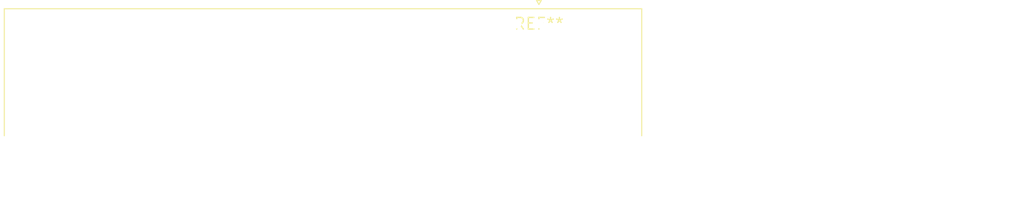
<source format=kicad_pcb>
(kicad_pcb (version 20240108) (generator pcbnew)
  (layers (0 "F.Cu" signal) (31 "B.Cu" signal) (34 "B.Paste" user) (35 "F.Paste" user) (36 "B.SilkS" user "B.Silkscreen") (37 "F.SilkS" user "F.Silkscreen") (38 "B.Mask" user) (39 "F.Mask" user) (44 "Edge.Cuts" user))
  (net 0 "")
  (footprint "DSUB-62-HD_Female_Horizontal_P2.41x1.98mm_EdgePinOffset8.35mm_Housed_MountingHolesOffset10.89mm" (layer "F.Cu") (at 0 0)
    (property "Reference" "REF**")
    (property "Value" "DSUB-62-HD_Female_Horizontal_P2.41x1.98mm_EdgePinOffset8.35mm_Housed_MountingHolesOffset10.89mm")
    (fp_line (start -58.305 -1.64) (end 11.215 -1.64) (layer "F.SilkS") (stroke (width 0.12)))
    (fp_line (start -58.305 12.25) (end -58.305 -1.64) (layer "F.SilkS") (stroke (width 0.12)))
    (fp_line (start -0.25 -2.534338) (end 0.25 -2.534338) (layer "F.SilkS") (stroke (width 0.12)))
    (fp_line (start 0 -2.101325) (end -0.25 -2.534338) (layer "F.SilkS") (stroke (width 0.12)))
    (fp_line (start 0.25 -2.534338) (end 0 -2.101325) (layer "F.SilkS") (stroke (width 0.12)))
    (fp_line (start 11.215 -1.64) (end 11.215 12.25) (layer "F.SilkS") (stroke (width 0.12)))
    (pad "0" thru_hole circle (at -55.295 1.42) (size 4 4) (drill 3.2) (layers *.Cu *.Mask) (remove_unused_layers))
    (pad "0" thru_hole circle (at 8.205 1.42) (size 4 4) (drill 3.2) (layers *.Cu *.Mask) (remove_unused_layers))
    (pad "1" thru_hole rect (at 0 0) (size 1.6 1.6) (drill 1) (layers *.Cu *.Mask) (remove_unused_layers))
    (pad "2" thru_hole circle (at -2.41 0) (size 1.6 1.6) (drill 1) (layers *.Cu *.Mask) (remove_unused_layers))
    (pad "3" thru_hole circle (at -4.82 0) (size 1.6 1.6) (drill 1) (layers *.Cu *.Mask) (remove_unused_layers))
    (pad "4" thru_hole circle (at -7.23 0) (size 1.6 1.6) (drill 1) (layers *.Cu *.Mask) (remove_unused_layers))
    (pad "5" thru_hole circle (at -9.64 0) (size 1.6 1.6) (drill 1) (layers *.Cu *.Mask) (remove_unused_layers))
    (pad "6" thru_hole circle (at -12.05 0) (size 1.6 1.6) (drill 1) (layers *.Cu *.Mask) (remove_unused_layers))
    (pad "7" thru_hole circle (at -14.46 0) (size 1.6 1.6) (drill 1) (layers *.Cu *.Mask) (remove_unused_layers))
    (pad "8" thru_hole circle (at -16.87 0) (size 1.6 1.6) (drill 1) (layers *.Cu *.Mask) (remove_unused_layers))
    (pad "9" thru_hole circle (at -19.28 0) (size 1.6 1.6) (drill 1) (layers *.Cu *.Mask) (remove_unused_layers))
    (pad "10" thru_hole circle (at -21.69 0) (size 1.6 1.6) (drill 1) (layers *.Cu *.Mask) (remove_unused_layers))
    (pad "11" thru_hole circle (at -24.1 0) (size 1.6 1.6) (drill 1) (layers *.Cu *.Mask) (remove_unused_layers))
    (pad "12" thru_hole circle (at -26.51 0) (size 1.6 1.6) (drill 1) (layers *.Cu *.Mask) (remove_unused_layers))
    (pad "13" thru_hole circle (at -28.92 0) (size 1.6 1.6) (drill 1) (layers *.Cu *.Mask) (remove_unused_layers))
    (pad "14" thru_hole circle (at -31.33 0) (size 1.6 1.6) (drill 1) (layers *.Cu *.Mask) (remove_unused_layers))
    (pad "15" thru_hole circle (at -33.74 0) (size 1.6 1.6) (drill 1) (layers *.Cu *.Mask) (remove_unused_layers))
    (pad "16" thru_hole circle (at -36.15 0) (size 1.6 1.6) (drill 1) (layers *.Cu *.Mask) (remove_unused_layers))
    (pad "17" thru_hole circle (at -38.56 0) (size 1.6 1.6) (drill 1) (layers *.Cu *.Mask) (remove_unused_layers))
    (pad "18" thru_hole circle (at -40.97 0) (size 1.6 1.6) (drill 1) (layers *.Cu *.Mask) (remove_unused_layers))
    (pad "19" thru_hole circle (at -43.38 0) (size 1.6 1.6) (drill 1) (layers *.Cu *.Mask) (remove_unused_layers))
    (pad "20" thru_hole circle (at -45.79 0) (size 1.6 1.6) (drill 1) (layers *.Cu *.Mask) (remove_unused_layers))
    (pad "21" thru_hole circle (at -48.2 0) (size 1.6 1.6) (drill 1) (layers *.Cu *.Mask) (remove_unused_layers))
    (pad "22" thru_hole circle (at 1.205 1.98) (size 1.6 1.6) (drill 1) (layers *.Cu *.Mask) (remove_unused_layers))
    (pad "23" thru_hole circle (at -1.205 1.98) (size 1.6 1.6) (drill 1) (layers *.Cu *.Mask) (remove_unused_layers))
    (pad "24" thru_hole circle (at -3.615 1.98) (size 1.6 1.6) (drill 1) (layers *.Cu *.Mask) (remove_unused_layers))
    (pad "25" thru_hole circle (at -6.025 1.98) (size 1.6 1.6) (drill 1) (layers *.Cu *.Mask) (remove_unused_layers))
    (pad "26" thru_hole circle (at -8.435 1.98) (size 1.6 1.6) (drill 1) (layers *.Cu *.Mask) (remove_unused_layers))
    (pad "27" thru_hole circle (at -10.845 1.98) (size 1.6 1.6) (drill 1) (layers *.Cu *.Mask) (remove_unused_layers))
    (pad "28" thru_hole circle (at -13.255 1.98) (size 1.6 1.6) (drill 1) (layers *.Cu *.Mask) (remove_unused_layers))
    (pad "29" thru_hole circle (at -15.665 1.98) (size 1.6 1.6) (drill 1) (layers *.Cu *.Mask) (remove_unused_layers))
    (pad "30" thru_hole circle (at -18.075 1.98) (size 1.6 1.6) (drill 1) (layers *.Cu *.Mask) (remove_unused_layers))
    (pad "31" thru_hole circle (at -20.485 1.98) (size 1.6 1.6) (drill 1) (layers *.Cu *.Mask) (remove_unused_layers))
    (pad "32" thru_hole circle (at -22.895 1.98) (size 1.6 1.6) (drill 1) (layers *.Cu *.Mask) (remove_unused_layers))
    (pad "33" thru_hole circle (at -25.305 1.98) (size 1.6 1.6) (drill 1) (layers *.Cu *.Mask) (remove_unused_layers))
    (pad "34" thru_hole circle (at -27.715 1.98) (size 1.6 1.6) (drill 1) (layers *.Cu *.Mask) (remove_unused_layers))
    (pad "35" thru_hole circle (at -30.125 1.98) (size 1.6 1.6) (drill 1) (layers *.Cu *.Mask) (remove_unused_layers))
    (pad "36" thru_hole circle (at -32.535 1.98) (size 1.6 1.6) (drill 1) (layers *.Cu *.Mask) (remove_unused_layers))
    (pad "37" thru_hole circle (at -34.945 1.98) (size 1.6 1.6) (drill 1) (layers *.Cu *.Mask) (remove_unused_layers))
    (pad "38" thru_hole circle (at -37.355 1.98) (size 1.6 1.6) (drill 1) (layers *.Cu *.Mask) (remove_unused_layers))
    (pad "39" thru_hole circle (at -39.765 1.98) (size 1.6 1.6) (drill 1) (layers *.Cu *.Mask) (remove_unused_layers))
    (pad "40" thru_hole circle (at -42.175 1.98) (size 1.6 1.6) (drill 1) (layers *.Cu *.Mask) (remove_unused_layers))
    (pad "41" thru_hole circle (at -44.585 1.98) (size 1.6 1.6) (drill 1) (layers *.Cu *.Mask) (remove_unused_layers))
    (pad "42" thru_hole circle (at -46.995 1.98) (size 1.6 1.6) (drill 1) (layers *.Cu *.Mask) (remove_unused_layers))
    (pad "43" thru_hole circle (at 0 3.96) (size 1.6 1.6) (drill 1) (layers *.Cu *.Mask) (remove_unused_layers))
    (pad "44" thru_hole circle (at -2.41 3.96) (size 1.6 1.6) (drill 1) (layers *.Cu *.Mask) (remove_unused_layers))
    (pad "45" thru_hole circle (at -4.82 3.96) (size 1.6 1.6) (drill 1) (layers *.Cu *.Mask) (remove_unused_layers))
    (pad "46" thru_hole circle (at -7.23 3.96) (size 1.6 1.6) (drill 1) (layers *.Cu *.Mask) (remove_unused_layers))
    (pad "47" thru_hole circle (at -9.64 3.96) (size 1.6 1.6) (drill 1) (layers *.Cu *.Mask) (remove_unused_layers))
    (pad "48" thru_hole circle (at -12.05 3.96) (size 1.6 1.6) (drill 1) (layers *.Cu *.Mask) (remove_unused_layers))
    (pad "49" thru_hole circle (at -14.46 3.96) (size 1.6 1.6) (drill 1) (layers *.Cu *.Mask) (remove_unused_layers))
    (pad "50" thru_hole circle (at -16.87 3.96) (size 1.6 1.6) (drill 1) (layers *.Cu *.Mask) (remove_unused_layers))
    (pad "51" thru_hole circle (at -19.28 3.96) (size 1.6 1.6) (drill 1) (layers *.Cu *.Mask) (remove_unused_layers))
    (pad "52" thru_hole circle (at -21.69 3.96) (size 1.6 1.6) (drill 1) (layers *.Cu *.Mask) (remove_unused_layers))
    (pad "53" thru_hole circle (at -24.1 3.96) (size 1.6 1.6) (drill 1) (layers *.Cu *.Mask) (remove_unused_layers))
    (pad "54" thru_hole circle (at -26.51 3.96) (size 1.6 1.6) (drill 1) (layers *.Cu *.Mask) (remove_unused_layers))
    (pad "55" thru_hole circle (at -28.92 3.96) (size 1.6 1.6) (drill 1) (layers *.Cu *.Mask) (remove_unused_layers))
    (pad "56" thru_hole circle (at -31.33 3.96) (size 1.6 1.6) (drill 1) (layers *.Cu *.Mask) (remove_unused_layers))
    (pad "57" thru_hole circle (at -33.74 3.96) (size 1.6 1.6) (drill 1) (layers *.Cu *.Mask) (remove_unused_layers))
    (pad "58" thru_hole circle (at -36.15 3.96) (size 1.6 1.6) (drill 1) (layers *.Cu *.Mask) (remove_unused_layers))
    (pad "59" thru_hole circle (at -38.56 3.96) (size 1.6 1.6) (drill 1) (layers *.Cu *.Mask) (remove_unused_layers))
    (pad "60" thru_hole circle (at -40.97 3.96) (size 1.6 1.6) (drill 1) (layers *.Cu *.Mask) (remove_unused_layers))
    (pad "61" thru_hole circle (at -43.38 3.96) (size 1.6 1.6) (drill 1) (layers *.Cu *.Mask) (remove_unused_layers))
    (pad "62" thru_hole circle (at -45.79 3.96) (size 1.6 1.6) (drill 1) (layers *.Cu *.Mask) (remove_unused_layers))
  )
)
</source>
